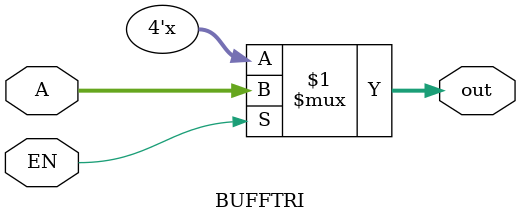
<source format=v>
module BUFFTRI(input wire EN, input wire [3:0]A, output wire [3:0]out);
assign out = EN ? A:4'bz;
endmodule

</source>
